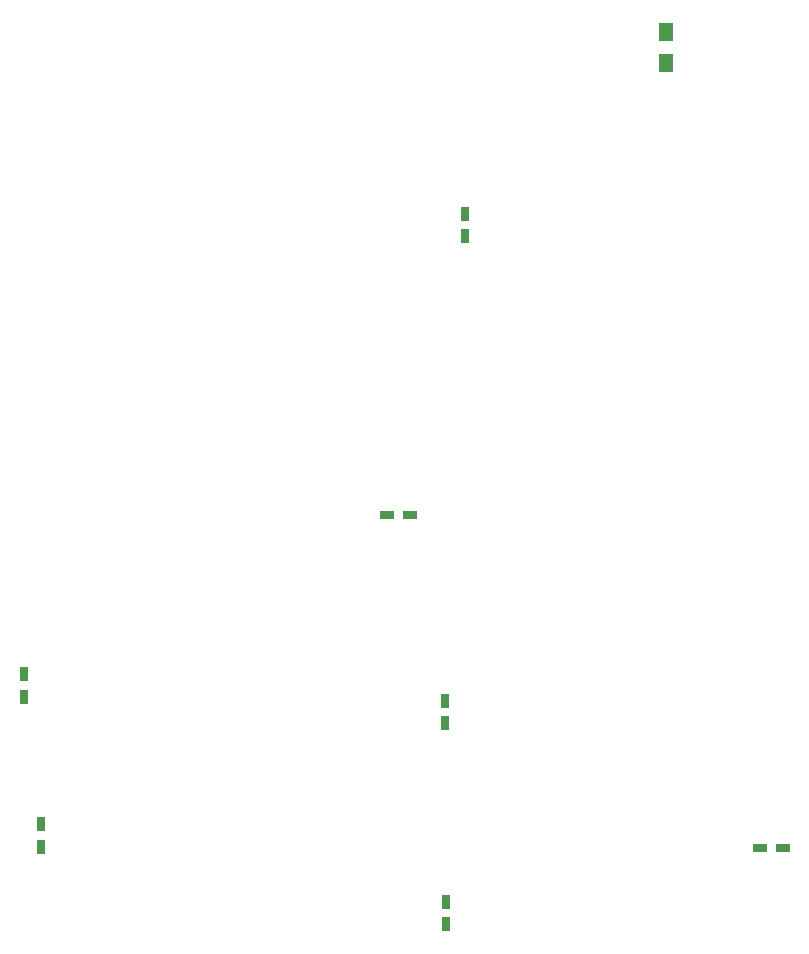
<source format=gbr>
G04 #@! TF.FileFunction,Paste,Bot*
%FSLAX46Y46*%
G04 Gerber Fmt 4.6, Leading zero omitted, Abs format (unit mm)*
G04 Created by KiCad (PCBNEW 4.0.6) date 09/02/17 13:52:09*
%MOMM*%
%LPD*%
G01*
G04 APERTURE LIST*
%ADD10C,0.100000*%
%ADD11R,1.300000X1.500000*%
%ADD12R,0.750000X1.200000*%
%ADD13R,1.200000X0.750000*%
G04 APERTURE END LIST*
D10*
D11*
X170180000Y-71802000D03*
X170180000Y-74502000D03*
D12*
X153225500Y-87251500D03*
X153225500Y-89151500D03*
D13*
X146624000Y-112712500D03*
X148524000Y-112712500D03*
D12*
X115824000Y-128140500D03*
X115824000Y-126240500D03*
X117284500Y-140840500D03*
X117284500Y-138940500D03*
D13*
X178183500Y-140906500D03*
X180083500Y-140906500D03*
D12*
X151511000Y-128463000D03*
X151511000Y-130363000D03*
X151574500Y-147381000D03*
X151574500Y-145481000D03*
M02*

</source>
